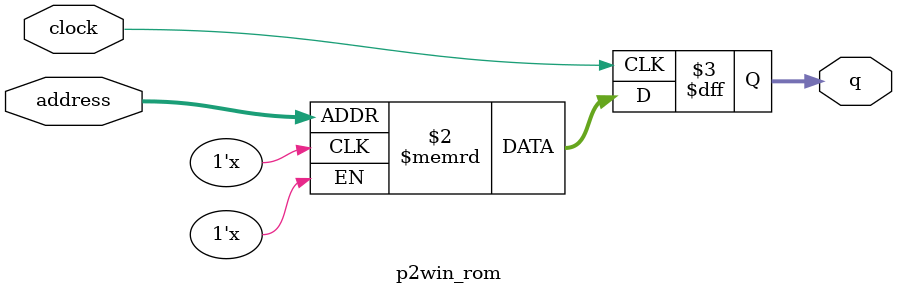
<source format=sv>
module p2win_rom (
	input logic clock,
	input logic [14:0] address,
	output logic [1:0] q
);

logic [1:0] memory [0:19199] /* synthesis ram_init_file = "./p2win/p2win.mif" */;

always_ff @ (posedge clock) begin
	q <= memory[address];
end

endmodule

</source>
